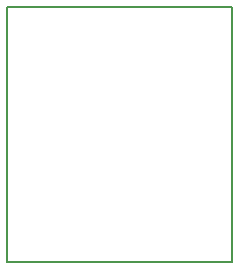
<source format=gbr>
G04 DipTrace 3.1.0.1*
G04 BoardOutline.gbr*
%MOIN*%
G04 #@! TF.FileFunction,Profile*
G04 #@! TF.Part,Single*
%ADD11C,0.006*%
%FSLAX26Y26*%
G04*
G70*
G90*
G75*
G01*
G04 BoardOutline*
%LPD*%
X394000Y1244000D2*
D11*
X1144000D1*
Y394000D1*
X394000D1*
Y1244000D1*
M02*

</source>
